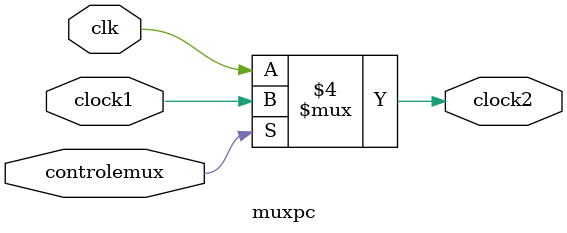
<source format=v>
module muxpc(
	input controlemux,
	input clk,
	input clock1,
	output reg clock2
);

always@(*)
begin
	if(controlemux==1)
	begin
		clock2=clock1;
	end
	else
		clock2=clk;
end
endmodule
</source>
